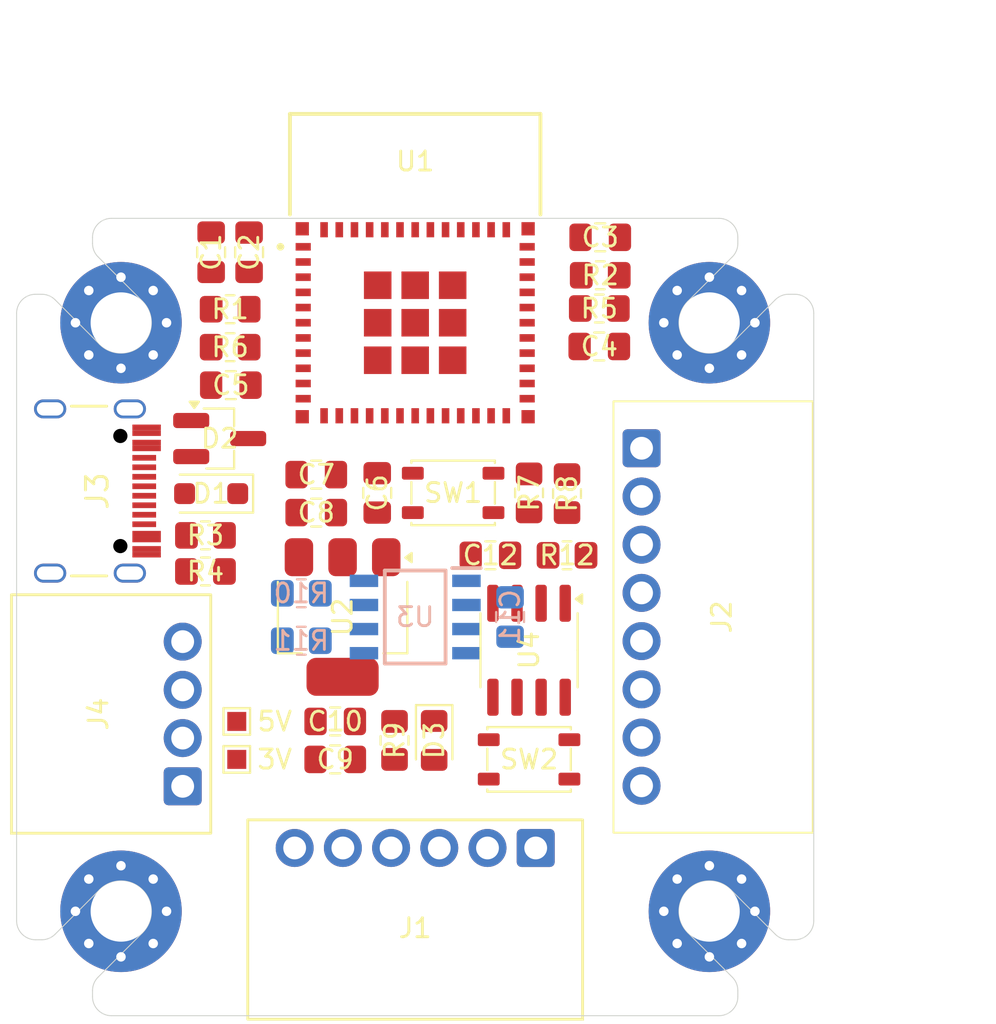
<source format=kicad_pcb>
(kicad_pcb (version 20241229) (generator "pcbnew") (generator_version "9.0")
  (layers (0 "F.Cu" signal) (2 "B.Cu" signal) (13 "F.Paste" user) (15 "B.Paste" user) (5 "F.SilkS" user "F.Silkscreen") (7 "B.SilkS" user "B.Silkscreen") (1 "F.Mask" user) (3 "B.Mask" user) (25 "Edge.Cuts" user))
  (net 0 "")
  (net 2 "GND")
  (net 3 "/IO9")
  (net 4 "/IO19")
  (net 5 "/GPIO2")
  (net 19 "/IO10")
  (net 20 "/IO5")
  (net 21 "/IO7")
  (net 22 "/EN")
  (net 23 "+3V3")
  (net 24 "/IO2")
  (net 25 "/CAN_TX")
  (net 26 "/GPIO0")
  (net 27 "/CAN_RX")
  (net 28 "/IO6")
  (net 29 "/GPIO1")
  (net 30 "/IO18")
  (net 31 "/IO8")
  (net 32 "/GPIO3")
  (net 33 "/EN_SCL")
  (net 34 "/EN_SDA")
  (net 35 "/USB_D-")
  (net 36 "/USB_D+")
  (net 37 "+5V")
  (net 38 "/A+")
  (net 39 "/B-")
  (net 40 "/A-")
  (net 41 "/B+")
  (net 42 "/CAN_N")
  (net 43 "/CAN_P")
  (net 44 "/CC2")
  (net 45 "/CC1")
  (net 46 "Net-(C6-Pad1)")
  (net 47 "Net-(D1-A)")
  (net 48 "Net-(D3-A)")
  (net 51 "Net-(U4-Rs)")
  (footprint "Capacitor_SMD:C_0805_2012Metric_Pad1.18x1.45mm_HandSolder" (layer "F.Cu") (at 103.9625 96.75)
    (property "Reference" "C12" (at 0 0 0) (layer "F.SilkS"))
    (property "Value" "0.1u")
    (fp_line (start -0.261252 -0.735) (end 0.261252 -0.735) (stroke (width 0.12)) (layer "F.SilkS"))
    (fp_line (start -0.261252 0.735) (end 0.261252 0.735) (stroke (width 0.12)) (layer "F.SilkS"))
    (pad "1" smd roundrect (at -1.0375 0) (size 1.175 1.45) (layers "F.Cu" "F.Mask" "F.Paste") (roundrect_rratio 0.212766) (net 23 "+3V3"))
    (pad "2" smd roundrect (at 1.0375 0) (size 1.175 1.45) (layers "F.Cu" "F.Mask" "F.Paste") (roundrect_rratio 0.212766) (net 2 "GND"))
  )
  (footprint "TestPoint:TestPoint_Pad_1.0x1.0mm" (layer "F.Cu") (at 90.6 107.5 90)
    (property "Reference" "3V" (at 0 2 0) (layer "F.SilkS"))
    (property "Value" "TestPoint")
    (fp_line (start 0.7 -0.7) (end 0.7 0.7) (stroke (width 0.12)) (layer "F.SilkS"))
    (fp_line (start -0.7 -0.7) (end 0.7 -0.7) (stroke (width 0.12)) (layer "F.SilkS"))
    (fp_line (start 0.7 0.7) (end -0.7 0.7) (stroke (width 0.12)) (layer "F.SilkS"))
    (fp_line (start -0.7 0.7) (end -0.7 -0.7) (stroke (width 0.12)) (layer "F.SilkS"))
    (pad "1" smd rect (at 0 0 90) (size 1 1) (layers "F.Cu" "F.Mask") (net 23 "+3V3"))
  )
  (footprint "MountingHole:MountingHole_3.2mm_M3_Pad_Via" (layer "F.Cu") (at 115.5 84.5)
    (property "Reference" "H2" (hide yes))
    (property "Value" "MountingHole_Pad" (hide yes))
    (pad "1" thru_hole circle (at -2.4 0) (size 0.8 0.8) (drill 0.5) (layers "*.Cu" "*.Mask") (net 2 "GND"))
    (pad "1" thru_hole circle (at -1.697056 -1.697056) (size 0.8 0.8) (drill 0.5) (layers "*.Cu" "*.Mask") (net 2 "GND"))
    (pad "1" thru_hole circle (at -1.697056 1.697056) (size 0.8 0.8) (drill 0.5) (layers "*.Cu" "*.Mask") (net 2 "GND"))
    (pad "1" thru_hole circle (at 0 -2.4) (size 0.8 0.8) (drill 0.5) (layers "*.Cu" "*.Mask") (net 2 "GND"))
    (pad "1" thru_hole circle (at 0 0) (size 6.4 6.4) (drill 3.2) (layers "*.Cu" "*.Mask") (net 2 "GND"))
    (pad "1" thru_hole circle (at 0 2.4) (size 0.8 0.8) (drill 0.5) (layers "*.Cu" "*.Mask") (net 2 "GND"))
    (pad "1" thru_hole circle (at 1.697056 -1.697056) (size 0.8 0.8) (drill 0.5) (layers "*.Cu" "*.Mask") (net 2 "GND"))
    (pad "1" thru_hole circle (at 1.697056 1.697056) (size 0.8 0.8) (drill 0.5) (layers "*.Cu" "*.Mask") (net 2 "GND"))
    (pad "1" thru_hole circle (at 2.4 0) (size 0.8 0.8) (drill 0.5) (layers "*.Cu" "*.Mask") (net 2 "GND"))
  )
  (footprint "footprint:USB-TYPE-C-31-M-12" (layer "F.Cu") (at 83.25 93.363333 -90)
    (property "Reference" "J3" (at 0 0 90) (layer "F.SilkS") (effects (font (size 1.143 1.143) (thickness 0.152))))
    (property "Value" "TYPE-C-31-M-12" (hide yes))
    (fp_line (start -4.469 1.366) (end -4.469 -0.497) (stroke (width 0.15)) (layer "F.SilkS"))
    (fp_line (start 4.471 1.366) (end 4.471 -0.498) (stroke (width 0.15)) (layer "F.SilkS"))
    (pad "" np_thru_hole circle (at -2.9 -1.216 270) (size 0.75 0.75) (drill 0.75) (layers "*.Mask") (clearance 0.2))
    (pad "" np_thru_hole circle (at 2.9 -1.216 270) (size 0.75 0.75) (drill 0.75) (layers "*.Mask") (clearance 0.2))
    (pad "A1" smd rect (at -3.35 -2.6 270) (size 0.3 1.5) (layers "F.Cu" "F.Mask" "F.Paste") (net 2 "GND") (clearance 0.2))
    (pad "A4" smd rect (at -2.55 -2.6 270) (size 0.3 1.5) (layers "F.Cu" "F.Mask" "F.Paste") (net 47 "Net-(D1-A)") (clearance 0.2))
    (pad "A5" smd rect (at -1.25 -2.475 270) (size 0.3 1.25) (layers "F.Cu" "F.Mask" "F.Paste") (net 45 "/CC1") (clearance 0.2))
    (pad "A6" smd rect (at -0.25 -2.475 270) (size 0.3 1.25) (layers "F.Cu" "F.Mask" "F.Paste") (net 36 "/USB_D+") (clearance 0.2))
    (pad "A7" smd rect (at 0.25 -2.475 270) (size 0.3 1.25) (layers "F.Cu" "F.Mask" "F.Paste") (net 35 "/USB_D-") (clearance 0.2))
    (pad "A8" smd rect (at 1.25 -2.475 270) (size 0.3 1.25) (layers "F.Cu" "F.Mask" "F.Paste") (clearance 0.2))
    (pad "A9" smd rect (at 2.55 -2.6 270) (size 0.3 1.5) (layers "F.Cu" "F.Mask" "F.Paste") (net 47 "Net-(D1-A)") (clearance 0.2))
    (pad "A12" smd rect (at 3.35 -2.6 270) (size 0.3 1.5) (layers "F.Cu" "F.Mask" "F.Paste") (net 2 "GND") (clearance 0.2))
    (pad "B1" smd rect (at 3.05 -2.6 270) (size 0.3 1.5) (layers "F.Cu" "F.Mask" "F.Paste") (net 2 "GND") (clearance 0.2))
    (pad "B4" smd rect (at 2.25 -2.6 270) (size 0.3 1.5) (layers "F.Cu" "F.Mask" "F.Paste") (net 47 "Net-(D1-A)") (clearance 0.2))
    (pad "B5" smd rect (at 1.75 -2.475 270) (size 0.3 1.25) (layers "F.Cu" "F.Mask" "F.Paste") (net 44 "/CC2") (clearance 0.2))
    (pad "B6" smd rect (at 0.75 -2.475 270) (size 0.3 1.25) (layers "F.Cu" "F.Mask" "F.Paste") (net 36 "/USB_D+") (clearance 0.2))
    (pad "B7" smd rect (at -0.75 -2.475 270) (size 0.3 1.25) (layers "F.Cu" "F.Mask" "F.Paste") (net 35 "/USB_D-") (clearance 0.2))
    (pad "B8" smd rect (at -1.75 -2.475 270) (size 0.3 1.25) (layers "F.Cu" "F.Mask" "F.Paste") (clearance 0.2))
    (pad "B9" smd rect (at -2.25 -2.6 270) (size 0.3 1.5) (layers "F.Cu" "F.Mask" "F.Paste") (net 47 "Net-(D1-A)") (clearance 0.2))
    (pad "B12" smd rect (at -3.05 -2.6 270) (size 0.3 1.5) (layers "F.Cu" "F.Mask" "F.Paste") (net 2 "GND") (clearance 0.2))
    (pad "S1" thru_hole oval (at -4.325 -1.716 270) (size 1 1.7) (drill oval 0.7 1.4) (layers "*.Cu" "*.Paste" "*.Mask") (net 2 "GND"))
    (pad "S1" thru_hole oval (at -4.325 2.484 270) (size 1 1.7) (drill oval 0.7 1.4) (layers "*.Cu" "*.Paste" "*.Mask") (net 2 "GND"))
    (pad "S1" thru_hole oval (at 4.325 -1.716 270) (size 1 1.7) (drill oval 0.7 1.4) (layers "*.Cu" "*.Paste" "*.Mask") (net 2 "GND"))
    (pad "S1" thru_hole oval (at 4.325 2.484 270) (size 1 1.7) (drill oval 0.7 1.4) (layers "*.Cu" "*.Paste" "*.Mask") (net 2 "GND"))
  )
  (footprint "footprint:TerminalBlock_Xinya_2.54-4P_1x04_P2.54mm_Horizontal" (layer "F.Cu") (at 87.75 108.916667 90)
    (property "Reference" "J4" (at 3.81 -4.445 90) (layer "F.SilkS"))
    (property "Value" "Screw_Terminal_01x04" (hide yes))
    (fp_rect (start -2.47 -9.02) (end 10.09 1.48) (stroke (width 0.15)) (fill no) (layer "F.SilkS"))
    (pad "1" thru_hole roundrect (at 0 0 90) (size 2 2) (drill 1.2) (layers "*.Cu" "*.Mask") (roundrect_rratio 0.125) (net 39 "/B-"))
    (pad "2" thru_hole circle (at 2.54 0 90) (size 2 2) (drill 1.2) (layers "*.Cu" "*.Mask") (net 41 "/B+"))
    (pad "3" thru_hole circle (at 5.08 0 90) (size 2 2) (drill 1.2) (layers "*.Cu" "*.Mask") (net 40 "/A-"))
    (pad "4" thru_hole circle (at 7.62 0 90) (size 2 2) (drill 1.2) (layers "*.Cu" "*.Mask") (net 38 "/A+"))
  )
  (footprint "Resistor_SMD:R_0805_2012Metric_Pad1.20x1.40mm_HandSolder" (layer "F.Cu") (at 88.95 95.7 180)
    (property "Reference" "R3" (at 0 0 0) (layer "F.SilkS"))
    (property "Value" "5.1k")
    (fp_line (start -0.227064 0.735) (end 0.227064 0.735) (stroke (width 0.12)) (layer "F.SilkS"))
    (fp_line (start -0.227064 -0.735) (end 0.227064 -0.735) (stroke (width 0.12)) (layer "F.SilkS"))
    (pad "1" smd roundrect (at -1 0 180) (size 1.2 1.4) (layers "F.Cu" "F.Mask" "F.Paste") (roundrect_rratio 0.208333) (net 2 "GND"))
    (pad "2" smd roundrect (at 1 0 180) (size 1.2 1.4) (layers "F.Cu" "F.Mask" "F.Paste") (roundrect_rratio 0.208333) (net 45 "/CC1"))
  )
  (footprint "Capacitor_SMD:C_0805_2012Metric_Pad1.18x1.45mm_HandSolder" (layer "F.Cu") (at 91.25 80.7875 90)
    (property "Reference" "C2" (at 0 0 90) (layer "F.SilkS"))
    (property "Value" "0.1u")
    (fp_line (start -0.261252 -0.735) (end 0.261252 -0.735) (stroke (width 0.12)) (layer "F.SilkS"))
    (fp_line (start -0.261252 0.735) (end 0.261252 0.735) (stroke (width 0.12)) (layer "F.SilkS"))
    (pad "1" smd roundrect (at -1.0375 0 90) (size 1.175 1.45) (layers "F.Cu" "F.Mask" "F.Paste") (roundrect_rratio 0.212766) (net 23 "+3V3"))
    (pad "2" smd roundrect (at 1.0375 0 90) (size 1.175 1.45) (layers "F.Cu" "F.Mask" "F.Paste") (roundrect_rratio 0.212766) (net 2 "GND"))
  )
  (footprint "Resistor_SMD:R_0805_2012Metric_Pad1.20x1.40mm_HandSolder" (layer "F.Cu") (at 88.95 97.6 180)
    (property "Reference" "R4" (at 0 0 0) (layer "F.SilkS"))
    (property "Value" "5.1k")
    (fp_line (start -0.227064 0.735) (end 0.227064 0.735) (stroke (width 0.12)) (layer "F.SilkS"))
    (fp_line (start -0.227064 -0.735) (end 0.227064 -0.735) (stroke (width 0.12)) (layer "F.SilkS"))
    (pad "1" smd roundrect (at -1 0 180) (size 1.2 1.4) (layers "F.Cu" "F.Mask" "F.Paste") (roundrect_rratio 0.208333) (net 2 "GND"))
    (pad "2" smd roundrect (at 1 0 180) (size 1.2 1.4) (layers "F.Cu" "F.Mask" "F.Paste") (roundrect_rratio 0.208333) (net 44 "/CC2"))
  )
  (footprint "SamacSys_Parts:ESP32C3MINI1H4" (layer "F.Cu") (at 100 84.5)
    (property "Reference" "U1" (at 0 -8.5 0) (layer "F.SilkS"))
    (property "Value" "ESP32-C3-MINI-1-H4" (hide yes))
    (fp_line (start -7.2 -4) (end -7.2 -4) (stroke (width 0.2)) (layer "F.SilkS"))
    (fp_line (start -7 -4) (end -7 -4) (stroke (width 0.2)) (layer "F.SilkS"))
    (fp_line (start -6.6 -11) (end 6.6 -11) (stroke (width 0.2)) (layer "F.SilkS"))
    (fp_line (start -6.6 -5.7) (end -6.6 -11) (stroke (width 0.2)) (layer "F.SilkS"))
    (fp_line (start 6.6 -11) (end 6.6 -5.7) (stroke (width 0.2)) (layer "F.SilkS"))
    (fp_arc (start -7.2 -4) (mid -7.1 -4.1) (end -7 -4) (stroke (width 0.2)) (layer "F.SilkS"))
    (fp_arc (start -7 -4) (mid -7.1 -3.9) (end -7.2 -4) (stroke (width 0.2)) (layer "F.SilkS"))
    (pad "3" smd rect (at -5.9 -2.4 90) (size 0.4 0.8) (layers "F.Cu" "F.Mask" "F.Paste") (net 23 "+3V3"))
    (pad "5" smd rect (at -5.9 -0.8 90) (size 0.4 0.8) (layers "F.Cu" "F.Mask" "F.Paste") (net 24 "/IO2"))
    (pad "6" smd rect (at -5.9 0 90) (size 0.4 0.8) (layers "F.Cu" "F.Mask" "F.Paste") (net 5 "/GPIO2"))
    (pad "8" smd rect (at -5.9 1.6 90) (size 0.4 0.8) (layers "F.Cu" "F.Mask" "F.Paste") (net 22 "/EN"))
    (pad "12" smd rect (at -4.8 4.9) (size 0.4 0.8) (layers "F.Cu" "F.Mask" "F.Paste") (net 26 "/GPIO0"))
    (pad "13" smd rect (at -4 4.9) (size 0.4 0.8) (layers "F.Cu" "F.Mask" "F.Paste") (net 29 "/GPIO1"))
    (pad "16" smd rect (at -1.6 4.9) (size 0.4 0.8) (layers "F.Cu" "F.Mask" "F.Paste") (net 19 "/IO10"))
    (pad "18" smd rect (at 0 4.9) (size 0.4 0.8) (layers "F.Cu" "F.Mask" "F.Paste") (net 32 "/GPIO3"))
    (pad "19" smd rect (at 0.8 4.9) (size 0.4 0.8) (layers "F.Cu" "F.Mask" "F.Paste") (net 20 "/IO5"))
    (pad "20" smd rect (at 1.6 4.9) (size 0.4 0.8) (layers "F.Cu" "F.Mask" "F.Paste") (net 28 "/IO6"))
    (pad "21" smd rect (at 2.4 4.9) (size 0.4 0.8) (layers "F.Cu" "F.Mask" "F.Paste") (net 21 "/IO7"))
    (pad "22" smd rect (at 3.2 4.9) (size 0.4 0.8) (layers "F.Cu" "F.Mask" "F.Paste") (net 31 "/IO8"))
    (pad "23" smd rect (at 4 4.9) (size 0.4 0.8) (layers "F.Cu" "F.Mask" "F.Paste") (net 3 "/IO9"))
    (pad "26" smd rect (at 5.9 3.2 90) (size 0.4 0.8) (layers "F.Cu" "F.Mask" "F.Paste") (net 30 "/IO18"))
    (pad "27" smd rect (at 5.9 2.4 90) (size 0.4 0.8) (layers "F.Cu" "F.Mask" "F.Paste") (net 4 "/IO19"))
    (pad "30" smd rect (at 5.9 0 90) (size 0.4 0.8) (layers "F.Cu" "F.Mask" "F.Paste") (net 25 "/CAN_TX"))
    (pad "31" smd rect (at 5.9 -0.8 90) (size 0.4 0.8) (layers "F.Cu" "F.Mask" "F.Paste") (net 27 "/CAN_RX"))
    (pad "GND" smd rect (at -5.95 -4.95) (size 0.7 0.7) (layers "F.Cu" "F.Mask" "F.Paste") (net 2 "GND"))
    (pad "GND" smd rect (at -5.95 4.95) (size 0.7 0.7) (layers "F.Cu" "F.Mask" "F.Paste") (net 2 "GND"))
    (pad "GND" smd rect (at -5.9 -4 90) (size 0.4 0.8) (layers "F.Cu" "F.Mask" "F.Paste") (net 2 "GND"))
    (pad "GND" smd rect (at -5.9 -3.2 90) (size 0.4 0.8) (layers "F.Cu" "F.Mask" "F.Paste") (net 2 "GND"))
    (pad "GND" smd rect (at -5.9 4 90) (size 0.4 0.8) (layers "F.Cu" "F.Mask" "F.Paste") (net 2 "GND"))
    (pad "GND" smd rect (at -4.8 -4.9) (size 0.4 0.8) (layers "F.Cu" "F.Mask" "F.Paste") (net 2 "GND"))
    (pad "GND" smd rect (at -4 -4.9) (size 0.4 0.8) (layers "F.Cu" "F.Mask" "F.Paste") (net 2 "GND"))
    (pad "GND" smd rect (at -3.2 -4.9) (size 0.4 0.8) (layers "F.Cu" "F.Mask" "F.Paste") (net 2 "GND"))
    (pad "GND" smd rect (at -3.2 4.9) (size 0.4 0.8) (layers "F.Cu" "F.Mask" "F.Paste") (net 2 "GND"))
    (pad "GND" smd rect (at -2.4 -4.9) (size 0.4 0.8) (layers "F.Cu" "F.Mask" "F.Paste") (net 2 "GND"))
    (pad "GND" smd rect (at -1.975 -1.975) (size 1.45 1.45) (layers "F.Cu" "F.Mask" "F.Paste") (net 2 "GND"))
    (pad "GND" smd rect (at -1.975 0) (size 1.45 1.45) (layers "F.Cu" "F.Mask" "F.Paste") (net 2 "GND"))
    (pad "GND" smd rect (at -1.975 1.975) (size 1.45 1.45) (layers "F.Cu" "F.Mask" "F.Paste") (net 2 "GND"))
    (pad "GND" smd rect (at -1.6 -4.9) (size 0.4 0.8) (layers "F.Cu" "F.Mask" "F.Paste") (net 2 "GND"))
    (pad "GND" smd rect (at -0.8 -4.9) (size 0.4 0.8) (layers "F.Cu" "F.Mask" "F.Paste") (net 2 "GND"))
    (pad "GND" smd rect (at 0 -4.9) (size 0.4 0.8) (layers "F.Cu" "F.Mask" "F.Paste") (net 2 "GND"))
    (pad "GND" smd rect (at 0 -1.975) (size 1.45 1.45) (layers "F.Cu" "F.Mask" "F.Paste") (net 2 "GND"))
    (pad "GND" smd rect (at 0 0) (size 1.45 1.45) (layers "F.Cu" "F.Mask" "F.Paste") (net 2 "GND"))
    (pad "GND" smd rect (at 0 1.975) (size 1.45 1.45) (layers "F.Cu" "F.Mask" "F.Paste") (net 2 "GND"))
    (pad "GND" smd rect (at 0.8 -4.9) (size 0.4 0.8) (layers "F.Cu" "F.Mask" "F.Paste") (net 2 "GND"))
    (pad "GND" smd rect (at 1.6 -4.9) (size 0.4 0.8) (layers "F.Cu" "F.Mask" "F.Paste") (net 2 "GND"))
    (pad "GND" smd rect (at 1.975 -1.975) (size 1.45 1.45) (layers "F.Cu" "F.Mask" "F.Paste") (net 2 "GND"))
    (pad "GND" smd rect (at 1.975 0) (size 1.45 1.45) (layers "F.Cu" "F.Mask" "F.Paste") (net 2 "GND"))
    (pad "GND" smd rect (at 1.975 1.975) (size 1.45 1.45) (layers "F.Cu" "F.Mask" "F.Paste") (net 2 "GND"))
    (pad "GND" smd rect (at 2.4 -4.9) (size 0.4 0.8) (layers "F.Cu" "F.Mask" "F.Paste") (net 2 "GND"))
    (pad "GND" smd rect (at 3.2 -4.9) (size 0.4 0.8) (layers "F.Cu" "F.Mask" "F.Paste") (net 2 "GND"))
    (pad "GND" smd rect (at 4 -4.9) (size 0.4 0.8) (layers "F.Cu" "F.Mask" "F.Paste") (net 2 "GND"))
    (pad "GND" smd rect (at 4.8 -4.9) (size 0.4 0.8) (layers "F.Cu" "F.Mask" "F.Paste") (net 2 "GND"))
    (pad "GND" smd rect (at 5.95 -4.95) (size 0.7 0.7) (layers "F.Cu" "F.Mask" "F.Paste") (net 2 "GND"))
    (pad "GND" smd rect (at 5.95 4.95) (size 0.7 0.7) (layers "F.Cu" "F.Mask" "F.Paste") (net 2 "GND"))
    (pad "NC" smd rect (at -5.9 -1.6 90) (size 0.4 0.8) (layers "F.Cu" "F.Mask" "F.Paste"))
    (pad "NC" smd rect (at -5.9 0.8 90) (size 0.4 0.8) (layers "F.Cu" "F.Mask" "F.Paste"))
    (pad "NC" smd rect (at -5.9 2.4 90) (size 0.4 0.8) (layers "F.Cu" "F.Mask" "F.Paste"))
    (pad "NC" smd rect (at -5.9 3.2 90) (size 0.4 0.8) (layers "F.Cu" "F.Mask" "F.Paste"))
    (pad "NC" smd rect (at -2.4 4.9) (size 0.4 0.8) (layers "F.Cu" "F.Mask" "F.Paste"))
    (pad "NC" smd rect (at -0.8 4.9) (size 0.4 0.8) (layers "F.Cu" "F.Mask" "F.Paste"))
    (pad "NC" smd rect (at 4.8 4.9) (size 0.4 0.8) (layers "F.Cu" "F.Mask" "F.Paste"))
    (pad "NC" smd rect (at 5.9 -4 90) (size 0.4 0.8) (layers "F.Cu" "F.Mask" "F.Paste"))
    (pad "NC" smd rect (at 5.9 -3.2 90) (size 0.4 0.8) (layers "F.Cu" "F.Mask" "F.Paste"))
    (pad "NC" smd rect (at 5.9 -2.4 90) (size 0.4 0.8) (layers "F.Cu" "F.Mask" "F.Paste"))
    (pad "NC" smd rect (at 5.9 -1.6 90) (size 0.4 0.8) (layers "F.Cu" "F.Mask" "F.Paste"))
    (pad "NC" smd rect (at 5.9 0.8 90) (size 0.4 0.8) (layers "F.Cu" "F.Mask" "F.Paste"))
    (pad "NC" smd rect (at 5.9 1.6 90) (size 0.4 0.8) (layers "F.Cu" "F.Mask" "F.Paste"))
    (pad "NC" smd rect (at 5.9 4 90) (size 0.4 0.8) (layers "F.Cu" "F.Mask" "F.Paste"))
  )
  (footprint "Diode_SMD:D_SOD-123F" (layer "F.Cu") (at 89.25 93.5 180)
    (property "Reference" "D1" (at 0 0 0) (layer "F.SilkS"))
    (property "Value" "SS210")
    (fp_line (start -2.21 1) (end 1.65 1) (stroke (width 0.12)) (layer "F.SilkS"))
    (fp_line (start -2.21 -1) (end 1.65 -1) (stroke (width 0.12)) (layer "F.SilkS"))
    (fp_line (start -2.21 -1) (end -2.21 1) (stroke (width 0.12)) (layer "F.SilkS"))
    (pad "1" smd roundrect (at -1.4 0 180) (size 1.1 1.1) (layers "F.Cu" "F.Mask" "F.Paste") (roundrect_rratio 0.2272727273) (net 37 "+5V"))
    (pad "2" smd roundrect (at 1.4 0 180) (size 1.1 1.1) (layers "F.Cu" "F.Mask" "F.Paste") (roundrect_rratio 0.2272727273) (net 47 "Net-(D1-A)"))
  )
  (footprint "footprint:TerminalBlock_Xinya_2.54-6P_1x06_P2.54mm_Horizontal" (layer "F.Cu") (at 106.35 112.165 180)
    (property "Reference" "J1" (at 6.35 -4.22 0) (layer "F.SilkS"))
    (property "Value" "Screw_Terminal_01x06")
    (fp_rect (start -2.47 -9.02) (end 15.17 1.48) (stroke (width 0.15)) (fill no) (layer "F.SilkS"))
    (pad "1" thru_hole roundrect (at 0 0 180) (size 2 2) (drill 1.2) (layers "*.Cu" "*.Mask") (roundrect_rratio 0.125) (net 37 "+5V"))
    (pad "2" thru_hole circle (at 2.54 0 180) (size 2 2) (drill 1.2) (layers "*.Cu" "*.Mask") (net 2 "GND"))
    (pad "3" thru_hole circle (at 5.08 0 180) (size 2 2) (drill 1.2) (layers "*.Cu" "*.Mask") (net 38 "/A+"))
    (pad "4" thru_hole circle (at 7.62 0 180) (size 2 2) (drill 1.2) (layers "*.Cu" "*.Mask") (net 40 "/A-"))
    (pad "5" thru_hole circle (at 10.16 0 180) (size 2 2) (drill 1.2) (layers "*.Cu" "*.Mask") (net 41 "/B+"))
    (pad "6" thru_hole circle (at 12.7 0 180) (size 2 2) (drill 1.2) (layers "*.Cu" "*.Mask") (net 39 "/B-"))
  )
  (footprint "MountingHole:MountingHole_3.2mm_M3_Pad_Via" (layer "F.Cu") (at 84.5 84.5)
    (property "Reference" "H1" (hide yes))
    (property "Value" "MountingHole_Pad" (hide yes))
    (pad "1" thru_hole circle (at -2.4 0) (size 0.8 0.8) (drill 0.5) (layers "*.Cu" "*.Mask") (net 2 "GND"))
    (pad "1" thru_hole circle (at -1.697056 -1.697056) (size 0.8 0.8) (drill 0.5) (layers "*.Cu" "*.Mask") (net 2 "GND"))
    (pad "1" thru_hole circle (at -1.697056 1.697056) (size 0.8 0.8) (drill 0.5) (layers "*.Cu" "*.Mask") (net 2 "GND"))
    (pad "1" thru_hole circle (at 0 -2.4) (size 0.8 0.8) (drill 0.5) (layers "*.Cu" "*.Mask") (net 2 "GND"))
    (pad "1" thru_hole circle (at 0 0) (size 6.4 6.4) (drill 3.2) (layers "*.Cu" "*.Mask") (net 2 "GND"))
    (pad "1" thru_hole circle (at 0 2.4) (size 0.8 0.8) (drill 0.5) (layers "*.Cu" "*.Mask") (net 2 "GND"))
    (pad "1" thru_hole circle (at 1.697056 -1.697056) (size 0.8 0.8) (drill 0.5) (layers "*.Cu" "*.Mask") (net 2 "GND"))
    (pad "1" thru_hole circle (at 1.697056 1.697056) (size 0.8 0.8) (drill 0.5) (layers "*.Cu" "*.Mask") (net 2 "GND"))
    (pad "1" thru_hole circle (at 2.4 0) (size 0.8 0.8) (drill 0.5) (layers "*.Cu" "*.Mask") (net 2 "GND"))
  )
  (footprint "Resistor_SMD:R_0805_2012Metric_Pad1.20x1.40mm_HandSolder" (layer "F.Cu") (at 106 93.4625 90)
    (property "Reference" "R7" (at 0 0 90) (layer "F.SilkS"))
    (property "Value" "0")
    (fp_line (start -0.227064 -0.735) (end 0.227064 -0.735) (stroke (width 0.12)) (layer "F.SilkS"))
    (fp_line (start -0.227064 0.735) (end 0.227064 0.735) (stroke (width 0.12)) (layer "F.SilkS"))
    (pad "1" smd roundrect (at -1 0 90) (size 1.2 1.4) (layers "F.Cu" "F.Mask" "F.Paste") (roundrect_rratio 0.208333) (net 46 "Net-(C6-Pad1)"))
    (pad "2" smd roundrect (at 1 0 90) (size 1.2 1.4) (layers "F.Cu" "F.Mask" "F.Paste") (roundrect_rratio 0.208333) (net 22 "/EN"))
  )
  (footprint "LED_SMD:LED_0805_2012Metric_Pad1.15x1.40mm_HandSolder" (layer "F.Cu") (at 101 106.5 -90)
    (property "Reference" "D3" (at 0 0 90) (layer "F.SilkS"))
    (property "Value" "LED_Small")
    (fp_line (start -1.86 0.96) (end 1 0.96) (stroke (width 0.12)) (layer "F.SilkS"))
    (fp_line (start -1.86 -0.96) (end -1.86 0.96) (stroke (width 0.12)) (layer "F.SilkS"))
    (fp_line (start 1 -0.96) (end -1.86 -0.96) (stroke (width 0.12)) (layer "F.SilkS"))
    (pad "1" smd roundrect (at -1.025 0 270) (size 1.15 1.4) (layers "F.Cu" "F.Mask" "F.Paste") (roundrect_rratio 0.217391) (net 2 "GND"))
    (pad "2" smd roundrect (at 1.025 0 270) (size 1.15 1.4) (layers "F.Cu" "F.Mask" "F.Paste") (roundrect_rratio 0.217391) (net 48 "Net-(D3-A)"))
  )
  (footprint "Capacitor_SMD:C_0805_2012Metric_Pad1.18x1.45mm_HandSolder" (layer "F.Cu") (at 95.7875 107.5)
    (property "Reference" "C9" (at 0 0 0) (layer "F.SilkS"))
    (property "Value" "1u")
    (fp_line (start -0.261252 -0.735) (end 0.261252 -0.735) (stroke (width 0.12)) (layer "F.SilkS"))
    (fp_line (start -0.261252 0.735) (end 0.261252 0.735) (stroke (width 0.12)) (layer "F.SilkS"))
    (pad "1" smd roundrect (at -1.0375 0) (size 1.175 1.45) (layers "F.Cu" "F.Mask" "F.Paste") (roundrect_rratio 0.212766) (net 23 "+3V3"))
    (pad "2" smd roundrect (at 1.0375 0) (size 1.175 1.45) (layers "F.Cu" "F.Mask" "F.Paste") (roundrect_rratio 0.212766) (net 2 "GND"))
  )
  (footprint "Resistor_SMD:R_0805_2012Metric_Pad1.20x1.40mm_HandSolder" (layer "F.Cu") (at 90.25 85.7875)
    (property "Reference" "R6" (at 0 0 0) (layer "F.SilkS"))
    (property "Value" "10k")
    (fp_line (start -0.227064 -0.735) (end 0.227064 -0.735) (stroke (width 0.12)) (layer "F.SilkS"))
    (fp_line (start -0.227064 0.735) (end 0.227064 0.735) (stroke (width 0.12)) (layer "F.SilkS"))
    (pad "1" smd roundrect (at -1 0) (size 1.2 1.4) (layers "F.Cu" "F.Mask" "F.Paste") (roundrect_rratio 0.208333) (net 23 "+3V3"))
    (pad "2" smd roundrect (at 1 0) (size 1.2 1.4) (layers "F.Cu" "F.Mask" "F.Paste") (roundrect_rratio 0.208333) (net 22 "/EN"))
  )
  (footprint "Resistor_SMD:R_0805_2012Metric_Pad1.20x1.40mm_HandSolder" (layer "F.Cu") (at 109.75 82)
    (property "Reference" "R2" (at 0 0 0) (layer "F.SilkS"))
    (property "Value" "0")
    (fp_line (start -0.227064 -0.735) (end 0.227064 -0.735) (stroke (width 0.12)) (layer "F.SilkS"))
    (fp_line (start -0.227064 0.735) (end 0.227064 0.735) (stroke (width 0.12)) (layer "F.SilkS"))
    (pad "1" smd roundrect (at -1 0) (size 1.2 1.4) (layers "F.Cu" "F.Mask" "F.Paste") (roundrect_rratio 0.208333) (net 4 "/IO19"))
    (pad "2" smd roundrect (at 1 0) (size 1.2 1.4) (layers "F.Cu" "F.Mask" "F.Paste") (roundrect_rratio 0.208333) (net 36 "/USB_D+"))
  )
  (footprint "Package_TO_SOT_SMD:SOT-223-3_TabPin2" (layer "F.Cu") (at 96.175 100 -90)
    (property "Reference" "U2" (at 0 0 90) (layer "F.SilkS"))
    (property "Value" "AMS1117-3.3")
    (fp_line (start -1.85 3.41) (end 1.91 3.41) (stroke (width 0.12)) (layer "F.SilkS"))
    (fp_line (start 1.91 3.41) (end 1.91 2.15) (stroke (width 0.12)) (layer "F.SilkS"))
    (fp_line (start -1.85 -3.41) (end 1.91 -3.41) (stroke (width 0.12)) (layer "F.SilkS"))
    (fp_line (start 1.91 -3.41) (end 1.91 -2.15) (stroke (width 0.12)) (layer "F.SilkS"))
    (fp_poly (pts (xy -3.13 -3.31) (xy -3.37 -3.64) (xy -2.89 -3.64) (xy -3.13 -3.31)) (stroke (width 0.12)) (fill yes) (layer "F.SilkS"))
    (pad "1" smd roundrect (at -3.15 -2.3 270) (size 2 1.5) (layers "F.Cu" "F.Mask" "F.Paste") (net 2 "GND"))
    (pad "2" smd roundrect (at -3.15 0 270) (size 2 1.5) (layers "F.Cu" "F.Mask" "F.Paste") (net 23 "+3V3"))
    (pad "2" smd roundrect (at 3.15 0 270) (size 2 3.8) (layers "F.Cu" "F.Mask" "F.Paste") (net 23 "+3V3"))
    (pad "3" smd roundrect (at -3.15 2.3 270) (size 2 1.5) (layers "F.Cu" "F.Mask" "F.Paste") (net 37 "+5V"))
  )
  (footprint "MountingHole:MountingHole_3.2mm_M3_Pad_Via" (layer "F.Cu") (at 84.5 115.5)
    (property "Reference" "H4" (hide yes))
    (property "Value" "MountingHole_Pad" (hide yes))
    (pad "1" thru_hole circle (at -2.4 0) (size 0.8 0.8) (drill 0.5) (layers "*.Cu" "*.Mask") (net 2 "GND"))
    (pad "1" thru_hole circle (at -1.697056 -1.697056) (size 0.8 0.8) (drill 0.5) (layers "*.Cu" "*.Mask") (net 2 "GND"))
    (pad "1" thru_hole circle (at -1.697056 1.697056) (size 0.8 0.8) (drill 0.5) (layers "*.Cu" "*.Mask") (net 2 "GND"))
    (pad "1" thru_hole circle (at 0 -2.4) (size 0.8 0.8) (drill 0.5) (layers "*.Cu" "*.Mask") (net 2 "GND"))
    (pad "1" thru_hole circle (at 0 0) (size 6.4 6.4) (drill 3.2) (layers "*.Cu" "*.Mask") (net 2 "GND"))
    (pad "1" thru_hole circle (at 0 2.4) (size 0.8 0.8) (drill 0.5) (layers "*.Cu" "*.Mask") (net 2 "GND"))
    (pad "1" thru_hole circle (at 1.697056 -1.697056) (size 0.8 0.8) (drill 0.5) (layers "*.Cu" "*.Mask") (net 2 "GND"))
    (pad "1" thru_hole circle (at 1.697056 1.697056) (size 0.8 0.8) (drill 0.5) (layers "*.Cu" "*.Mask") (net 2 "GND"))
    (pad "1" thru_hole circle (at 2.4 0) (size 0.8 0.8) (drill 0.5) (layers "*.Cu" "*.Mask") (net 2 "GND"))
  )
  (footprint "Capacitor_SMD:C_0805_2012Metric_Pad1.18x1.45mm_HandSolder" (layer "F.Cu") (at 94.7875 94.5)
    (property "Reference" "C8" (at 0 0 0) (layer "F.SilkS"))
    (property "Value" "1u")
    (fp_line (start -0.261252 -0.735) (end 0.261252 -0.735) (stroke (width 0.12)) (layer "F.SilkS"))
    (fp_line (start -0.261252 0.735) (end 0.261252 0.735) (stroke (width 0.12)) (layer "F.SilkS"))
    (pad "1" smd roundrect (at -1.0375 0) (size 1.175 1.45) (layers "F.Cu" "F.Mask" "F.Paste") (roundrect_rratio 0.212766) (net 37 "+5V"))
    (pad "2" smd roundrect (at 1.0375 0) (size 1.175 1.45) (layers "F.Cu" "F.Mask" "F.Paste") (roundrect_rratio 0.212766) (net 2 "GND"))
  )
  (footprint "footprint:TerminalBlock_Xinya_2.54-8P_1x08_P2.54mm_Horizontal" (layer "F.Cu") (at 111.9275 91.11 -90)
    (property "Reference" "J2" (at 8.89 -4.22 90) (layer "F.SilkS"))
    (property "Value" "Screw_Terminal_01x08" (hide yes))
    (fp_rect (start -2.47 -9.02) (end 20.25 1.48) (stroke (width 0.1)) (fill no) (layer "F.SilkS"))
    (pad "1" thru_hole roundrect (at 0 0 270) (size 2 2) (drill 1.2) (layers "*.Cu" "*.Mask") (roundrect_rratio 0.125) (net 43 "/CAN_P"))
    (pad "2" thru_hole circle (at 2.54 0 270) (size 2 2) (drill 1.2) (layers "*.Cu" "*.Mask") (net 42 "/CAN_N"))
    (pad "3" thru_hole circle (at 5.08 0 270) (size 2 2) (drill 1.2) (layers "*.Cu" "*.Mask") (net 43 "/CAN_P"))
    (pad "4" thru_hole circle (at 7.62 0 270) (size 2 2) (drill 1.2) (layers "*.Cu" "*.Mask") (net 42 "/CAN_N"))
    (pad "5" thru_hole circle (at 10.16 0 270) (size 2 2) (drill 1.2) (layers "*.Cu" "*.Mask") (net 26 "/GPIO0"))
    (pad "6" thru_hole circle (at 12.7 0 270) (size 2 2) (drill 1.2) (layers "*.Cu" "*.Mask") (net 29 "/GPIO1"))
    (pad "7" thru_hole circle (at 15.24 0 270) (size 2 2) (drill 1.2) (layers "*.Cu" "*.Mask") (net 5 "/GPIO2"))
    (pad "8" thru_hole circle (at 17.78 0 270) (size 2 2) (drill 1.2) (layers "*.Cu" "*.Mask") (net 32 "/GPIO3"))
  )
  (footprint "Capacitor_SMD:C_0805_2012Metric_Pad1.18x1.45mm_HandSolder" (layer "F.Cu") (at 89.25 80.7875 90)
    (property "Reference" "C1" (at 0 0 90) (layer "F.SilkS"))
    (property "Value" "10u")
    (fp_line (start -0.261252 -0.735) (end 0.261252 -0.735) (stroke (width 0.12)) (layer "F.SilkS"))
    (fp_line (start -0.261252 0.735) (end 0.261252 0.735) (stroke (width 0.12)) (layer "F.SilkS"))
    (pad "1" smd roundrect (at -1.0375 0 90) (size 1.175 1.45) (layers "F.Cu" "F.Mask" "F.Paste") (roundrect_rratio 0.212766) (net 23 "+3V3"))
    (pad "2" smd roundrect (at 1.0375 0 90) (size 1.175 1.45) (layers "F.Cu" "F.Mask" "F.Paste") (roundrect_rratio 0.212766) (net 2 "GND"))
  )
  (footprint "SamacSys_Parts:SW_SPST_PTS810" (layer "F.Cu") (at 102 93.4625)
    (property "Reference" "SW1" (at 0 0 0) (layer "F.SilkS"))
    (property "Value" "SW_Push")
    (fp_line (start -2.2 -1.7) (end -2.2 -1.58) (stroke (width 0.12)) (layer "F.SilkS"))
    (fp_line (start -2.2 -0.57) (end -2.2 0.57) (stroke (width 0.12)) (layer "F.SilkS"))
    (fp_line (start -2.2 1.58) (end -2.2 1.7) (stroke (width 0.12)) (layer "F.SilkS"))
    (fp_line (start -2.2 1.7) (end 2.2 1.7) (stroke (width 0.12)) (layer "F.SilkS"))
    (fp_line (start 2.2 -1.7) (end -2.2 -1.7) (stroke (width 0.12)) (layer "F.SilkS"))
    (fp_line (start 2.2 -1.58) (end 2.2 -1.7) (stroke (width 0.12)) (layer "F.SilkS"))
    (fp_line (start 2.2 0.57) (end 2.2 -0.57) (stroke (width 0.12)) (layer "F.SilkS"))
    (fp_line (start 2.2 1.7) (end 2.2 1.58) (stroke (width 0.12)) (layer "F.SilkS"))
    (pad "1" smd roundrect (at -2.125 -1.0375) (size 1.15 0.675) (layers "F.Cu" "F.Mask" "F.Paste") (roundrect_rratio 0.1666666667) (net 2 "GND"))
    (pad "1" smd roundrect (at 2.125 -1.0375) (size 1.15 0.675) (layers "F.Cu" "F.Mask" "F.Paste") (roundrect_rratio 0.1666666667) (net 2 "GND"))
    (pad "2" smd roundrect (at -2.125 1.0375) (size 1.15 0.675) (layers "F.Cu" "F.Mask" "F.Paste") (roundrect_rratio 0.1666666667) (net 46 "Net-(C6-Pad1)"))
    (pad "2" smd roundrect (at 2.125 1.0375) (size 1.15 0.675) (layers "F.Cu" "F.Mask" "F.Paste") (roundrect_rratio 0.1666666667) (net 46 "Net-(C6-Pad1)"))
  )
  (footprint "Capacitor_SMD:C_0805_2012Metric_Pad1.18x1.45mm_HandSolder" (layer "F.Cu") (at 109.75 80 180)
    (property "Reference" "C3" (at 0 0 0) (layer "F.SilkS"))
    (property "Value" "1u")
    (fp_line (start -0.261252 0.735) (end 0.261252 0.735) (stroke (width 0.12)) (layer "F.SilkS"))
    (fp_line (start -0.261252 -0.735) (end 0.261252 -0.735) (stroke (width 0.12)) (layer "F.SilkS"))
    (pad "1" smd roundrect (at -1.0375 0 180) (size 1.175 1.45) (layers "F.Cu" "F.Mask" "F.Paste") (roundrect_rratio 0.212766) (net 36 "/USB_D+"))
    (pad "2" smd roundrect (at 1.0375 0 180) (size 1.175 1.45) (layers "F.Cu" "F.Mask" "F.Paste") (roundrect_rratio 0.212766) (net 2 "GND"))
  )
  (footprint "Resistor_SMD:R_0805_2012Metric_Pad1.20x1.40mm_HandSolder" (layer "F.Cu") (at 98.9125 106.5 -90)
    (property "Reference" "R9" (at 0 0 90) (layer "F.SilkS"))
    (property "Value" "1k")
    (fp_line (start -0.227064 0.735) (end 0.227064 0.735) (stroke (width 0.12)) (layer "F.SilkS"))
    (fp_line (start -0.227064 -0.735) (end 0.227064 -0.735) (stroke (width 0.12)) (layer "F.SilkS"))
    (pad "1" smd roundrect (at -1 0 270) (size 1.2 1.4) (layers "F.Cu" "F.Mask" "F.Paste") (roundrect_rratio 0.208333) (net 23 "+3V3"))
    (pad "2" smd roundrect (at 1 0 270) (size 1.2 1.4) (layers "F.Cu" "F.Mask" "F.Paste") (roundrect_rratio 0.208333) (net 48 "Net-(D3-A)"))
  )
  (footprint "SamacSys_Parts:SW_SPST_PTS810" (layer "F.Cu") (at 106 107.5)
    (property "Reference" "SW2" (at 0 0 0) (layer "F.SilkS"))
    (property "Value" "SW_Push")
    (fp_line (start -2.2 -1.7) (end -2.2 -1.58) (stroke (width 0.12)) (layer "F.SilkS"))
    (fp_line (start -2.2 -0.57) (end -2.2 0.57) (stroke (width 0.12)) (layer "F.SilkS"))
    (fp_line (start -2.2 1.58) (end -2.2 1.7) (stroke (width 0.12)) (layer "F.SilkS"))
    (fp_line (start -2.2 1.7) (end 2.2 1.7) (stroke (width 0.12)) (layer "F.SilkS"))
    (fp_line (start 2.2 -1.7) (end -2.2 -1.7) (stroke (width 0.12)) (layer "F.SilkS"))
    (fp_line (start 2.2 -1.58) (end 2.2 -1.7) (stroke (width 0.12)) (layer "F.SilkS"))
    (fp_line (start 2.2 0.57) (end 2.2 -0.57) (stroke (width 0.12)) (layer "F.SilkS"))
    (fp_line (start 2.2 1.7) (end 2.2 1.58) (stroke (width 0.12)) (layer "F.SilkS"))
    (pad "1" smd roundrect (at -2.125 -1.0375) (size 1.15 0.675) (layers "F.Cu" "F.Mask" "F.Paste") (roundrect_rratio 0.1666666667) (net 3 "/IO9"))
    (pad "1" smd roundrect (at 2.125 -1.0375) (size 1.15 0.675) (layers "F.Cu" "F.Mask" "F.Paste") (roundrect_rratio 0.1666666667) (net 3 "/IO9"))
    (pad "2" smd roundrect (at -2.125 1.0375) (size 1.15 0.675) (layers "F.Cu" "F.Mask" "F.Paste") (roundrect_rratio 0.1666666667) (net 2 "GND"))
    (pad "2" smd roundrect (at 2.125 1.0375) (size 1.15 0.675) (layers "F.Cu" "F.Mask" "F.Paste") (roundrect_rratio 0.1666666667) (net 2 "GND"))
  )
  (footprint "Resistor_SMD:R_0805_2012Metric_Pad1.20x1.40mm_HandSolder" (layer "F.Cu") (at 109.7 83.75)
    (property "Reference" "R5" (at 0 0 0) (layer "F.SilkS"))
    (property "Value" "0")
    (fp_line (start -0.227064 -0.735) (end 0.227064 -0.735) (stroke (width 0.12)) (layer "F.SilkS"))
    (fp_line (start -0.227064 0.735) (end 0.227064 0.735) (stroke (width 0.12)) (layer "F.SilkS"))
    (pad "1" smd roundrect (at -1 0) (size 1.2 1.4) (layers "F.Cu" "F.Mask" "F.Paste") (roundrect_rratio 0.208333) (net 30 "/IO18"))
    (pad "2" smd roundrect (at 1 0) (size 1.2 1.4) (layers "F.Cu" "F.Mask" "F.Paste") (roundrect_rratio 0.208333) (net 35 "/USB_D-"))
  )
  (footprint "MountingHole:MountingHole_3.2mm_M3_Pad_Via" (layer "F.Cu") (at 115.5 115.5)
    (property "Reference" "H3" (hide yes))
    (property "Value" "MountingHole_Pad" (hide yes))
    (pad "1" thru_hole circle (at -2.4 0) (size 0.8 0.8) (drill 0.5) (layers "*.Cu" "*.Mask") (net 2 "GND"))
    (pad "1" thru_hole circle (at -1.697056 -1.697056) (size 0.8 0.8) (drill 0.5) (layers "*.Cu" "*.Mask") (net 2 "GND"))
    (pad "1" thru_hole circle (at -1.697056 1.697056) (size 0.8 0.8) (drill 0.5) (layers "*.Cu" "*.Mask") (net 2 "GND"))
    (pad "1" thru_hole circle (at 0 -2.4) (size 0.8 0.8) (drill 0.5) (layers "*.Cu" "*.Mask") (net 2 "GND"))
    (pad "1" thru_hole circle (at 0 0) (size 6.4 6.4) (drill 3.2) (layers "*.Cu" "*.Mask") (net 2 "GND"))
    (pad "1" thru_hole circle (at 0 2.4) (size 0.8 0.8) (drill 0.5) (layers "*.Cu" "*.Mask") (net 2 "GND"))
    (pad "1" thru_hole circle (at 1.697056 -1.697056) (size 0.8 0.8) (drill 0.5) (layers "*.Cu" "*.Mask") (net 2 "GND"))
    (pad "1" thru_hole circle (at 1.697056 1.697056) (size 0.8 0.8) (drill 0.5) (layers "*.Cu" "*.Mask") (net 2 "GND"))
    (pad "1" thru_hole circle (at 2.4 0) (size 0.8 0.8) (drill 0.5) (layers "*.Cu" "*.Mask") (net 2 "GND"))
  )
  (footprint "Resistor_SMD:R_0805_2012Metric_Pad1.20x1.40mm_HandSolder" (layer "F.Cu") (at 108 93.5 90)
    (property "Reference" "R8" (at 0 0 90) (layer "F.SilkS"))
    (property "Value" "10k")
    (fp_line (start -0.227064 -0.735) (end 0.227064 -0.735) (stroke (width 0.12)) (layer "F.SilkS"))
    (fp_line (start -0.227064 0.735) (end 0.227064 0.735) (stroke (width 0.12)) (layer "F.SilkS"))
    (pad "1" smd roundrect (at -1 0 90) (size 1.2 1.4) (layers "F.Cu" "F.Mask" "F.Paste") (roundrect_rratio 0.208333) (net 23 "+3V3"))
    (pad "2" smd roundrect (at 1 0 90) (size 1.2 1.4) (layers "F.Cu" "F.Mask" "F.Paste") (roundrect_rratio 0.208333) (net 31 "/IO8"))
  )
  (footprint "Package_TO_SOT_SMD:SOT-23_Handsoldering" (layer "F.Cu") (at 89.7 90.6)
    (property "Reference" "D2" (at 0 0 0) (layer "F.SilkS"))
    (property "Value" "NUP2105L")
    (fp_line (start -0.04 -1.58) (end -0.84 -1.58) (stroke (width 0.12)) (layer "F.SilkS"))
    (fp_line (start -0.04 -1.58) (end 0.76 -1.58) (stroke (width 0.12)) (layer "F.SilkS"))
    (fp_line (start 0.76 -1.58) (end 0.76 -0.65) (stroke (width 0.12)) (layer "F.SilkS"))
    (fp_line (start 0.76 1.58) (end -0.7 1.58) (stroke (width 0.12)) (layer "F.SilkS"))
    (fp_line (start 0.76 1.58) (end 0.76 0.65) (stroke (width 0.12)) (layer "F.SilkS"))
    (fp_poly (pts (xy -1.34 -1.61) (xy -1.58 -1.94) (xy -1.1 -1.94) (xy -1.34 -1.61)) (stroke (width 0.12)) (fill yes) (layer "F.SilkS"))
    (pad "1" smd roundrect (at -1.5 -0.95) (size 1.9 0.8) (layers "F.Cu" "F.Mask" "F.Paste") (net 35 "/USB_D-"))
    (pad "2" smd roundrect (at -1.5 0.95) (size 1.9 0.8) (layers "F.Cu" "F.Mask" "F.Paste") (net 36 "/USB_D+"))
    (pad "3" smd roundrect (at 1.5 0) (size 1.9 0.8) (layers "F.Cu" "F.Mask" "F.Paste") (net 2 "GND"))
  )
  (footprint "Capacitor_SMD:C_0805_2012Metric_Pad1.18x1.45mm_HandSolder" (layer "F.Cu") (at 94.7875 92.5)
    (property "Reference" "C7" (at 0 0 0) (layer "F.SilkS"))
    (property "Value" "10u")
    (fp_line (start -0.261252 -0.735) (end 0.261252 -0.735) (stroke (width 0.12)) (layer "F.SilkS"))
    (fp_line (start -0.261252 0.735) (end 0.261252 0.735) (stroke (width 0.12)) (layer "F.SilkS"))
    (pad "1" smd roundrect (at -1.0375 0) (size 1.175 1.45) (layers "F.Cu" "F.Mask" "F.Paste") (roundrect_rratio 0.212766) (net 37 "+5V"))
    (pad "2" smd roundrect (at 1.0375 0) (size 1.175 1.45) (layers "F.Cu" "F.Mask" "F.Paste") (roundrect_rratio 0.212766) (net 2 "GND"))
  )
  (footprint "Capacitor_SMD:C_0805_2012Metric_Pad1.18x1.45mm_HandSolder" (layer "F.Cu") (at 95.7875 105.5)
    (property "Reference" "C10" (at 0 0 0) (layer "F.SilkS"))
    (property "Value" "10u")
    (fp_line (start -0.261252 -0.735) (end 0.261252 -0.735) (stroke (width 0.12)) (layer "F.SilkS"))
    (fp_line (start -0.261252 0.735) (end 0.261252 0.735) (stroke (width 0.12)) (layer "F.SilkS"))
    (pad "1" smd roundrect (at -1.0375 0) (size 1.175 1.45) (layers "F.Cu" "F.Mask" "F.Paste") (roundrect_rratio 0.212766) (net 23 "+3V3"))
    (pad "2" smd roundrect (at 1.0375 0) (size 1.175 1.45) (layers "F.Cu" "F.Mask" "F.Paste") (roundrect_rratio 0.212766) (net 2 "GND"))
  )
  (footprint "Capacitor_SMD:C_0805_2012Metric_Pad1.18x1.45mm_HandSolder" (layer "F.Cu") (at 90.2875 87.7875 180)
    (property "Reference" "C5" (at 0 0 0) (layer "F.SilkS"))
    (property "Value" "1u")
    (fp_line (start -0.261252 0.735) (end 0.261252 0.735) (stroke (width 0.12)) (layer "F.SilkS"))
    (fp_line (start -0.261252 -0.735) (end 0.261252 -0.735) (stroke (width 0.12)) (layer "F.SilkS"))
    (pad "1" smd roundrect (at -1.0375 0 180) (size 1.175 1.45) (layers "F.Cu" "F.Mask" "F.Paste") (roundrect_rratio 0.212766) (net 22 "/EN"))
    (pad "2" smd roundrect (at 1.0375 0 180) (size 1.175 1.45) (layers "F.Cu" "F.Mask" "F.Paste") (roundrect_rratio 0.212766) (net 2 "GND"))
  )
  (footprint "Resistor_SMD:R_0805_2012Metric_Pad1.20x1.40mm_HandSolder" (layer "F.Cu") (at 90.25 83.7875)
    (property "Reference" "R1" (at 0 0 0) (layer "F.SilkS"))
    (property "Value" "10k")
    (fp_line (start -0.227064 -0.735) (end 0.227064 -0.735) (stroke (width 0.12)) (layer "F.SilkS"))
    (fp_line (start -0.227064 0.735) (end 0.227064 0.735) (stroke (width 0.12)) (layer "F.SilkS"))
    (pad "1" smd roundrect (at -1 0) (size 1.2 1.4) (layers "F.Cu" "F.Mask" "F.Paste") (roundrect_rratio 0.208333) (net 23 "+3V3"))
    (pad "2" smd roundrect (at 1 0) (size 1.2 1.4) (layers "F.Cu" "F.Mask" "F.Paste") (roundrect_rratio 0.208333) (net 24 "/IO2"))
  )
  (footprint "Resistor_SMD:R_0805_2012Metric_Pad1.20x1.40mm_HandSolder" (layer "F.Cu") (at 108 96.75)
    (property "Reference" "R12" (at 0 0 0) (layer "F.SilkS"))
    (property "Value" "4.7k")
    (fp_line (start -0.227064 -0.735) (end 0.227064 -0.735) (stroke (width 0.12)) (layer "F.SilkS"))
    (fp_line (start -0.227064 0.735) (end 0.227064 0.735) (stroke (width 0.12)) (layer "F.SilkS"))
    (pad "1" smd roundrect (at -1 0) (size 1.2 1.4) (layers "F.Cu" "F.Mask" "F.Paste") (roundrect_rratio 0.208333) (net 2 "GND"))
    (pad "2" smd roundrect (at 1 0) (size 1.2 1.4) (layers "F.Cu" "F.Mask" "F.Paste") (roundrect_rratio 0.208333) (net 51 "Net-(U4-Rs)"))
  )
  (footprint "TestPoint:TestPoint_Pad_1.0x1.0mm" (layer "F.Cu") (at 90.6 105.5 90)
    (property "Reference" "5V" (at 0 2 0) (layer "F.SilkS"))
    (property "Value" "TestPoint")
    (fp_line (start 0.7 -0.7) (end 0.7 0.7) (stroke (width 0.12)) (layer "F.SilkS"))
    (fp_line (start -0.7 -0.7) (end 0.7 -0.7) (stroke (width 0.12)) (layer "F.SilkS"))
    (fp_line (start 0.7 0.7) (end -0.7 0.7) (stroke (width 0.12)) (layer "F.SilkS"))
    (fp_line (start -0.7 0.7) (end -0.7 -0.7) (stroke (width 0.12)) (layer "F.SilkS"))
    (pad "1" smd rect (at 0 0 90) (size 1 1) (layers "F.Cu" "F.Mask") (net 37 "+5V"))
  )
  (footprint "Capacitor_SMD:C_0805_2012Metric_Pad1.18x1.45mm_HandSolder" (layer "F.Cu") (at 109.7 85.75 180)
    (property "Reference" "C4" (at 0 0 0) (layer "F.SilkS"))
    (property "Value" "1u")
    (fp_line (start -0.261252 0.735) (end 0.261252 0.735) (stroke (width 0.12)) (layer "F.SilkS"))
    (fp_line (start -0.261252 -0.735) (end 0.261252 -0.735) (stroke (width 0.12)) (layer "F.SilkS"))
    (pad "1" smd roundrect (at -1.0375 0 180) (size 1.175 1.45) (layers "F.Cu" "F.Mask" "F.Paste") (roundrect_rratio 0.212766) (net 35 "/USB_D-"))
    (pad "2" smd roundrect (at 1.0375 0 180) (size 1.175 1.45) (layers "F.Cu" "F.Mask" "F.Paste") (roundrect_rratio 0.212766) (net 2 "GND"))
  )
  (footprint "Capacitor_SMD:C_0805_2012Metric_Pad1.18x1.45mm_HandSolder" (layer "F.Cu") (at 98 93.4625 90)
    (property "Reference" "C6" (at 0 0 90) (layer "F.SilkS"))
    (property "Value" "0.1u")
    (fp_line (start -0.261252 -0.735) (end 0.261252 -0.735) (stroke (width 0.12)) (layer "F.SilkS"))
    (fp_line (start -0.261252 0.735) (end 0.261252 0.735) (stroke (width 0.12)) (layer "F.SilkS"))
    (pad "1" smd roundrect (at -1.0375 0 90) (size 1.175 1.45) (layers "F.Cu" "F.Mask" "F.Paste") (roundrect_rratio 0.212766) (net 46 "Net-(C6-Pad1)"))
    (pad "2" smd roundrect (at 1.0375 0 90) (size 1.175 1.45) (layers "F.Cu" "F.Mask" "F.Paste") (roundrect_rratio 0.212766) (net 2 "GND"))
  )
  (footprint "Package_SO:SOIC-8_3.9x4.9mm_P1.27mm" (layer "F.Cu") (at 106 101.75 -90)
    (property "Reference" "U4" (at 0 0 90) (layer "F.SilkS"))
    (property "Value" "SN65HVD230")
    (fp_line (start 0 2.56) (end -1.95 2.56) (stroke (width 0.12)) (layer "F.SilkS"))
    (fp_line (start 0 2.56) (end 1.95 2.56) (stroke (width 0.12)) (layer "F.SilkS"))
    (fp_line (start 0 -2.56) (end -1.95 -2.56) (stroke (width 0.12)) (layer "F.SilkS"))
    (fp_line (start 0 -2.56) (end 1.95 -2.56) (stroke (width 0.12)) (layer "F.SilkS"))
    (fp_poly (pts (xy -2.7 -2.465) (xy -2.94 -2.795) (xy -2.46 -2.795) (xy -2.7 -2.465)) (stroke (width 0.12)) (fill yes) (layer "F.SilkS"))
    (pad "1" smd roundrect (at -2.475 -1.905 270) (size 1.95 0.6) (layers "F.Cu" "F.Mask" "F.Paste") (net 25 "/CAN_TX"))
    (pad "2" smd roundrect (at -2.475 -0.635 270) (size 1.95 0.6) (layers "F.Cu" "F.Mask" "F.Paste") (net 2 "GND"))
    (pad "3" smd roundrect (at -2.475 0.635 270) (size 1.95 0.6) (layers "F.Cu" "F.Mask" "F.Paste") (net 23 "+3V3"))
    (pad "4" smd roundrect (at -2.475 1.905 270) (size 1.95 0.6) (layers "F.Cu" "F.Mask" "F.Paste") (net 27 "/CAN_RX"))
    (pad "5" smd roundrect (at 2.475 1.905 270) (size 1.95 0.6) (layers "F.Cu" "F.Mask" "F.Paste"))
    (pad "6" smd roundrect (at 2.475 0.635 270) (size 1.95 0.6) (layers "F.Cu" "F.Mask" "F.Paste") (net 42 "/CAN_N"))
    (pad "7" smd roundrect (at 2.475 -0.635 270) (size 1.95 0.6) (layers "F.Cu" "F.Mask" "F.Paste") (net 43 "/CAN_P"))
    (pad "8" smd roundrect (at 2.475 -1.905 270) (size 1.95 0.6) (layers "F.Cu" "F.Mask" "F.Paste") (net 51 "Net-(U4-Rs)"))
  )
  (footprint "Resistor_SMD:R_0805_2012Metric_Pad1.20x1.40mm_HandSolder" (layer "B.Cu") (at 94 101.25 180)
    (property "Reference" "R11" (at 0 0 0) (layer "B.SilkS") (effects (justify mirror)))
    (property "Value" "4.7k")
    (fp_line (start -0.227064 0.735) (end 0.227064 0.735) (stroke (width 0.12)) (layer "B.SilkS"))
    (fp_line (start -0.227064 -0.735) (end 0.227064 -0.735) (stroke (width 0.12)) (layer "B.SilkS"))
    (pad "1" smd roundrect (at -1 0 180) (size 1.2 1.4) (layers "B.Cu" "B.Mask" "B.Paste") (roundrect_rratio 0.208333) (net 34 "/EN_SDA"))
    (pad "2" smd roundrect (at 1 0 180) (size 1.2 1.4) (layers "B.Cu" "B.Mask" "B.Paste") (roundrect_rratio 0.208333) (net 23 "+3V3"))
  )
  (footprint "Resistor_SMD:R_0805_2012Metric_Pad1.20x1.40mm_HandSolder" (layer "B.Cu") (at 94 98.75 180)
    (property "Reference" "R10" (at 0 0 0) (layer "B.SilkS") (effects (justify mirror)))
    (property "Value" "4.7k")
    (fp_line (start -0.227064 0.735) (end 0.227064 0.735) (stroke (width 0.12)) (layer "B.SilkS"))
    (fp_line (start -0.227064 -0.735) (end 0.227064 -0.735) (stroke (width 0.12)) (layer "B.SilkS"))
    (pad "1" smd roundrect (at -1 0 180) (size 1.2 1.4) (layers "B.Cu" "B.Mask" "B.Paste") (roundrect_rratio 0.208333) (net 33 "/EN_SCL"))
    (pad "2" smd roundrect (at 1 0 180) (size 1.2 1.4) (layers "B.Cu" "B.Mask" "B.Paste") (roundrect_rratio 0.208333) (net 23 "+3V3"))
  )
  (footprint "Capacitor_SMD:C_0805_2012Metric_Pad1.18x1.45mm_HandSolder" (layer "B.Cu") (at 105 100 -90)
    (property "Reference" "C11" (at 0 0 90) (layer "B.SilkS") (effects (justify mirror)))
    (property "Value" "1u")
    (fp_line (start -0.261252 0.735) (end 0.261252 0.735) (stroke (width 0.12)) (layer "B.SilkS"))
    (fp_line (start -0.261252 -0.735) (end 0.261252 -0.735) (stroke (width 0.12)) (layer "B.SilkS"))
    (pad "1" smd roundrect (at -1.0375 0 270) (size 1.175 1.45) (layers "B.Cu" "B.Mask" "B.Paste") (roundrect_rratio 0.212766) (net 23 "+3V3"))
    (pad "2" smd roundrect (at 1.0375 0 270) (size 1.175 1.45) (layers "B.Cu" "B.Mask" "B.Paste") (roundrect_rratio 0.212766) (net 2 "GND"))
  )
  (footprint "SamacSys_Parts:SOIC127P600X175-8N" (layer "B.Cu") (at 100 100 180)
    (property "Reference" "U3" (at 0 0 0) (layer "B.SilkS") (effects (justify mirror)))
    (property "Value" "AS5600" (hide yes))
    (fp_line (start 1.6 2.45) (end 1.6 -2.45) (stroke (width 0.2)) (layer "B.SilkS"))
    (fp_line (start 1.6 -2.45) (end -1.6 -2.45) (stroke (width 0.2)) (layer "B.SilkS"))
    (fp_line (start -1.6 2.45) (end 1.6 2.45) (stroke (width 0.2)) (layer "B.SilkS"))
    (fp_line (start -1.6 -2.45) (end -1.6 2.45) (stroke (width 0.2)) (layer "B.SilkS"))
    (fp_line (start -3.45 2.58) (end -1.95 2.58) (stroke (width 0.2)) (layer "B.SilkS"))
    (pad "1" smd rect (at -2.7 1.905 90) (size 0.65 1.5) (layers "B.Cu" "B.Mask" "B.Paste"))
    (pad "2" smd rect (at -2.7 0.635 90) (size 0.65 1.5) (layers "B.Cu" "B.Mask" "B.Paste") (net 23 "+3V3"))
    (pad "3" smd rect (at -2.7 -0.635 90) (size 0.65 1.5) (layers "B.Cu" "B.Mask" "B.Paste"))
    (pad "4" smd rect (at -2.7 -1.905 90) (size 0.65 1.5) (layers "B.Cu" "B.Mask" "B.Paste") (net 2 "GND"))
    (pad "5" smd rect (at 2.7 -1.905 90) (size 0.65 1.5) (layers "B.Cu" "B.Mask" "B.Paste") (net 2 "GND"))
    (pad "6" smd rect (at 2.7 -0.635 90) (size 0.65 1.5) (layers "B.Cu" "B.Mask" "B.Paste") (net 34 "/EN_SDA"))
    (pad "7" smd rect (at 2.7 0.635 90) (size 0.65 1.5) (layers "B.Cu" "B.Mask" "B.Paste") (net 33 "/EN_SCL"))
    (pad "8" smd rect (at 2.7 1.905 90) (size 0.65 1.5) (layers "B.Cu" "B.Mask" "B.Paste") (net 2 "GND"))
  )
  (gr_arc (start 119.677 117) (mid 119.294281 116.923865) (end 118.964671 116.70193) (stroke (width 0.05)) (layer "Edge.Cuts"))
  (gr_line (start 84 79) (end 116 79) (stroke (width 0.05)) (layer "Edge.Cuts"))
  (gr_line (start 85.631371 83.368629) (end 83.292892 81.030151) (stroke (width 0.05)) (layer "Edge.Cuts"))
  (gr_line (start 83 80.323049) (end 83 79.999999) (stroke (width 0.05)) (layer "Edge.Cuts"))
  (gr_arc (start 117 80.323) (mid 116.923865 80.705719) (end 116.702029 81.03523) (stroke (width 0.05)) (layer "Edge.Cuts"))
  (gr_line (start 83.368629 114.368629) (end 81.030151 116.707108) (stroke (width 0.05)) (layer "Edge.Cuts"))
  (gr_line (start 118.964671 116.70193) (end 116.631371 114.368629) (stroke (width 0.05)) (layer "Edge.Cuts"))
  (gr_arc (start 83 79.999999) (mid 83.292893 79.292893) (end 83.999998 79) (stroke (width 0.05)) (layer "Edge.Cuts"))
  (gr_arc (start 83 119.676951) (mid 83.07612 119.294271) (end 83.292892 118.969849) (stroke (width 0.05)) (layer "Edge.Cuts"))
  (gr_line (start 114.368629 116.631371) (end 116.707179 118.96992) (stroke (width 0.05)) (layer "Edge.Cuts"))
  (gr_line (start 120 117) (end 119.677 117) (stroke (width 0.05)) (layer "Edge.Cuts"))
  (gr_arc (start 116.631371 85.631371) (mid 114.368629 85.631371) (end 114.368629 83.368629) (stroke (width 0.05)) (layer "Edge.Cuts"))
  (gr_line (start 84 121) (end 116 121) (stroke (width 0.05)) (layer "Edge.Cuts"))
  (gr_arc (start 85.631371 83.368629) (mid 85.631371 85.631371) (end 83.368629 85.631371) (stroke (width 0.05)) (layer "Edge.Cuts"))
  (gr_arc (start 83.368629 114.368629) (mid 85.631371 114.368629) (end 85.631371 116.631371) (stroke (width 0.05)) (layer "Edge.Cuts"))
  (gr_line (start 81.030151 83.292892) (end 83.368629 85.631371) (stroke (width 0.05)) (layer "Edge.Cuts"))
  (gr_line (start 116.631371 85.631371) (end 118.96992 83.292821) (stroke (width 0.05)) (layer "Edge.Cuts"))
  (gr_arc (start 116.707179 118.96992) (mid 116.923895 119.294269) (end 117 119.682899) (stroke (width 0.05)) (layer "Edge.Cuts"))
  (gr_arc (start 121 116) (mid 120.707107 116.707107) (end 120 117) (stroke (width 0.05)) (layer "Edge.Cuts"))
  (gr_line (start 83.292892 118.969849) (end 85.631371 116.631371) (stroke (width 0.05)) (layer "Edge.Cuts"))
  (gr_line (start 119.683063 83) (end 120 83) (stroke (width 0.05)) (layer "Edge.Cuts"))
  (gr_line (start 121 116) (end 121 84) (stroke (width 0.05)) (layer "Edge.Cuts"))
  (gr_line (start 79 116.000002) (end 79 84) (stroke (width 0.05)) (layer "Edge.Cuts"))
  (gr_arc (start 79.999998 117) (mid 79.292893 116.707107) (end 79 116.000002) (stroke (width 0.05)) (layer "Edge.Cuts"))
  (gr_line (start 83 120.000001) (end 83 119.676951) (stroke (width 0.05)) (layer "Edge.Cuts"))
  (gr_line (start 117 80) (end 117 80.323) (stroke (width 0.05)) (layer "Edge.Cuts"))
  (gr_arc (start 114.368629 116.631371) (mid 114.368629 114.368629) (end 116.631371 114.368629) (stroke (width 0.05)) (layer "Edge.Cuts"))
  (gr_arc (start 118.96992 83.292821) (mid 119.294269 83.076105) (end 119.683063 83) (stroke (width 0.05)) (layer "Edge.Cuts"))
  (gr_arc (start 79 83.999999) (mid 79.292893 83.292893) (end 79.999998 83) (stroke (width 0.05)) (layer "Edge.Cuts"))
  (gr_arc (start 83.292892 81.030151) (mid 83.07612 80.705729) (end 83 80.323049) (stroke (width 0.05)) (layer "Edge.Cuts"))
  (gr_arc (start 120 83) (mid 120.707107 83.292893) (end 121 84) (stroke (width 0.05)) (layer "Edge.Cuts"))
  (gr_line (start 116.702029 81.03523) (end 114.368629 83.368629) (stroke (width 0.05)) (layer "Edge.Cuts"))
  (gr_arc (start 83.999999 121) (mid 83.292893 120.707107) (end 83 120.000001) (stroke (width 0.05)) (layer "Edge.Cuts"))
  (gr_arc (start 116 79) (mid 116.707107 79.292893) (end 117 80) (stroke (width 0.05)) (layer "Edge.Cuts"))
  (gr_arc (start 81.030151 116.707108) (mid 80.705729 116.92388) (end 80.323048 117) (stroke (width 0.05)) (layer "Edge.Cuts"))
  (gr_arc (start 117 120) (mid 116.707107 120.707107) (end 116 121) (stroke (width 0.05)) (layer "Edge.Cuts"))
  (gr_arc (start 80.323048 83) (mid 80.705729 83.07612) (end 81.030151 83.292892) (stroke (width 0.05)) (layer "Edge.Cuts"))
  (gr_line (start 79.999998 83) (end 80.323048 83) (stroke (width 0.05)) (layer "Edge.Cuts"))
  (gr_line (start 117 119.682899) (end 117 120) (stroke (width 0.05)) (layer "Edge.Cuts"))
  (gr_line (start 80.323048 117) (end 79.999998 117) (stroke (width 0.05)) (layer "Edge.Cuts"))
)
</source>
